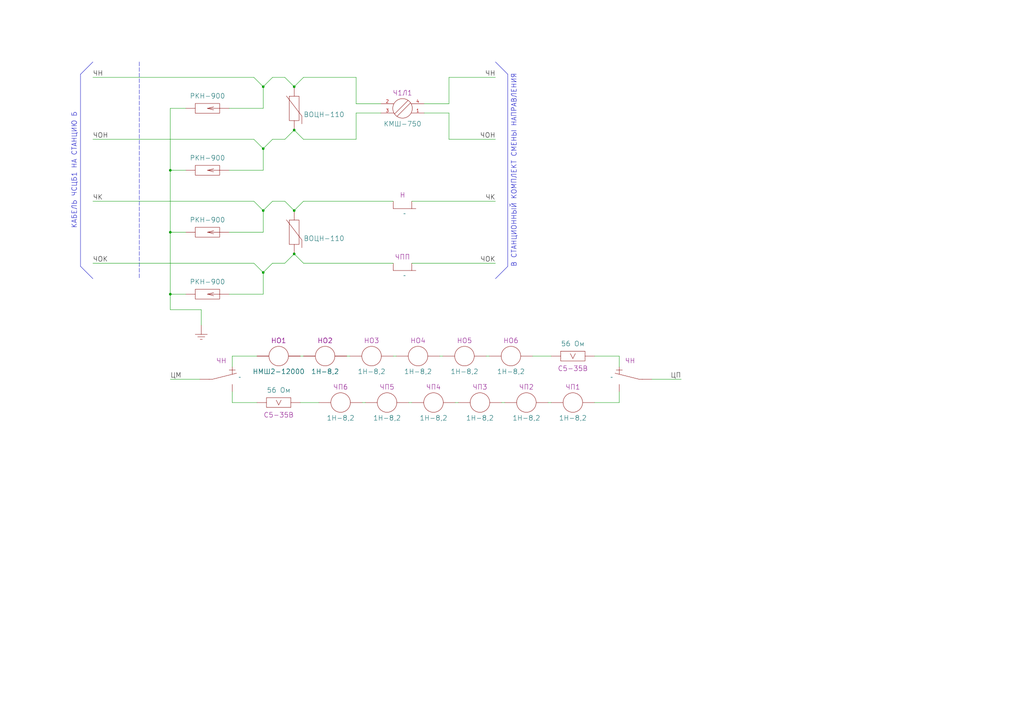
<source format=kicad_sch>
(kicad_sch (version 20231120) (generator "eeschema") (generator_version "8.0")
  (paper "A3")
  (title_block (title "Станция А") (company "МКТ РУТ (МИИТ)") (comment 1 "КП 27.02.03.03.000 ГЧ") (comment 2 "Сафранович") (comment 3 "Бузунова") (comment 9 "Схема контроля повторителей реле направления"))
  (lib_symbols
    (symbol "Device_GOST:R_5W" (pin_numbers hide) (pin_names (offset 0) hide)
      (property "Reference" "R" (at 0 3.81 0))
      (property "Value" "R_5W" (at 0 -3.81 0))
      (symbol "R_5W_0_1"
        (rectangle (start -5.0038 2.0066) (end 5.0038 -2.0066))
        (polyline (pts (xy -1.016 1.016) (xy 0 -1.016)))
        (polyline (pts (xy 1.016 1.016) (xy 0 -1.016)))
      )
      (symbol "R_5W_1_1"
        (pin passive line (at -8.89 0 0) (length 3.8862) (name "~") (number "1"))
        (pin passive line (at 8.89 0 180) (length 3.8862) (name "~") (number "2"))
      )
    )
    (symbol "SCB_Relay:Выравниватель" (pin_numbers hide) (pin_names (offset 0) hide)
      (property "Reference" "R" (at 0 3.81 0))
      (property "Value" "ВОЦН" (at 0 -5.715 0))
      (symbol "Выравниватель_0_1"
        (rectangle (start -5.0038 2.0066) (end 5.0038 -2.0066))
        (polyline (pts (xy -6.35 -3.175) (xy -3.175 -3.175) (xy 5.08 3.175)))
      )
      (symbol "Выравниватель_1_1"
        (pin passive line (at -8.89 0 0) (length 3.8862) (name "~") (number "1"))
        (pin passive line (at 8.89 0 180) (length 3.8862) (name "~") (number "2"))
      )
    )
    (symbol "SCB_Relay:Комбинированное" (pin_names (offset 0.002) hide)
      (property "Value" "КШ" (at 0 -6.35 0))
      (property "Обозначение реле" "К" (at 0 6.35 0))
      (symbol "Комбинированное_0_1"
        (polyline (pts (xy -3.25 -2.25) (xy 2.25 3.25)))
        (polyline (pts (xy -2.25 -3.25) (xy 3.25 2.25)))
        (circle (center 0 0) (radius 4))
      )
      (symbol "Комбинированное_1_1"
        (pin power_in line (at -8.89 0 0) (length 4.8) (name "") (number "1"))
        (pin power_in line (at 8.89 0 180) (length 4.8) (name "") (number "4"))
      )
      (symbol "Комбинированное_2_1"
        (polyline (pts (xy -3.25 -2.25) (xy 3.25 -2.25) (xy 2.5 -3) (xy 1.25 -3.75) (xy 0 -4) (xy -1.25 -3.75) (xy -2.5 -3) (xy -3.25 -2.25)) (fill (type outline)))
        (pin power_in line (at -8.89 0 0) (length 4.8) (name "") (number "1"))
        (pin power_in line (at 8.89 0 180) (length 4.8) (name "") (number "4"))
      )
      (symbol "Комбинированное_3_1"
        (polyline (pts (xy -3.25 -2.25) (xy 2.25 3.25) (xy 3.25 2.25) (xy -2.25 -3.25) (xy -3.25 -2.25)) (fill (type outline)))
        (pin power_in line (at -8.89 0 0) (length 4.8) (name "") (number "1"))
        (pin power_in line (at 8.89 0 180) (length 4.8) (name "") (number "4"))
      )
      (symbol "Комбинированное_4_1"
        (pin power_in line (at -8.89 1.905 0) (length 5.3) (name "") (number "1"))
        (pin power_in line (at 8.89 -1.905 180) (length 5.3) (name "") (number "2"))
        (pin power_in line (at 8.89 1.905 180) (length 5.3) (name "") (number "3"))
        (pin power_in line (at -8.89 -1.905 0) (length 5.3) (name "") (number "4"))
      )
    )
    (symbol "SCB_Relay:Контакт_нейтрального_якоря_НЗ" (pin_numbers hide) (pin_names hide)
      (property "Обозначение реле" "Н" (at 0 2.54 0))
      (symbol "Контакт_нейтрального_якоря_НЗ_0_1"
        (polyline (pts (xy -3.81 -3) (xy 5.5 -3)))
        (pin bidirectional line (at -3.81 0 270) (length 3) (name "") (number "1"))
      )
      (symbol "Контакт_нейтрального_якоря_НЗ_1_1"
        (pin bidirectional line (at 3.81 0 270) (length 3) (name "") (number "2"))
        (pin bidirectional line (at 3.81 -10.16 90) (length 3.3) (name "") (number "3"))
      )
      (symbol "Контакт_нейтрального_якоря_НЗ_2_1"
        (pin bidirectional line (at 3.81 -10.16 90) (length 3.3) (name "") (number "3"))
      )
      (symbol "Контакт_нейтрального_якоря_НЗ_3_1"
        (pin bidirectional line (at 3.81 0 270) (length 3) (name "") (number "2"))
      )
      (symbol "Контакт_нейтрального_якоря_НЗ_4_1"
        (polyline (pts (xy 3.81 -10.16) (xy 7.62 -10.16)))
        (polyline (pts (xy 3.81 -8.89) (xy 5.715 -10.16)))
        (polyline (pts (xy 3.81 -6.858) (xy 3.81 -10.16)))
        (polyline (pts (xy 3.81 -1.27) (xy 5.715 0)))
        (polyline (pts (xy 3.81 0) (xy 3.81 -3)))
        (polyline (pts (xy 3.81 0) (xy 7.62 0)))
        (pin bidirectional line (at -3.81 0 270) (length 3) (name "") (number "1"))
        (pin bidirectional line (at 8.89 0 180) (length 2) (name "") (number "2"))
        (pin bidirectional line (at 8.89 -10.16 180) (length 2) (name "") (number "3"))
      )
      (symbol "Контакт_нейтрального_якоря_НЗ_5_1"
        (polyline (pts (xy 3.81 -1.27) (xy 5.715 0)))
        (polyline (pts (xy 3.81 0) (xy 3.81 -3)))
        (polyline (pts (xy 3.81 0) (xy 7.62 0)))
        (pin bidirectional line (at 8.89 0 180) (length 2) (name "") (number "2"))
      )
      (symbol "Контакт_нейтрального_якоря_НЗ_6_1"
        (polyline (pts (xy 3.81 -8.89) (xy 5.715 -10.16)))
        (polyline (pts (xy 3.81 -6.858) (xy 3.81 -10.16) (xy 6.985 -10.16)))
        (pin bidirectional line (at 8.89 -10.16 180) (length 2) (name "") (number "3"))
      )
      (symbol "Контакт_нейтрального_якоря_НЗ_7_1"
        (polyline (pts (xy 11.43 0) (xy 3.81 0) (xy 3.81 -3)))
        (polyline (pts (xy 3.81 0) (xy 5.5 1) (xy 8.5 -1) (xy 10 0)))
        (pin bidirectional line (at 12.7 0 180) (length 2) (name "") (number "2"))
        (pin bidirectional line (at 3.81 -10.16 90) (length 3.3) (name "") (number "3"))
      )
      (symbol "Контакт_нейтрального_якоря_НЗ_8_1"
        (arc (start 5 -8.5) (mid 6.0355 -6) (end 5 -3.5))
        (pin bidirectional line (at 3.81 0 270) (length 3) (name "") (number "2"))
        (pin bidirectional line (at 3.81 -10.16 90) (length 3.3) (name "") (number "3"))
      )
    )
    (symbol "SCB_Relay:Контакт_поляризованного_якоря" (pin_numbers hide) (pin_names (offset 0.002) hide)
      (property "Обозначение реле" "П" (at 3.81 7.62 0))
      (symbol "Контакт_поляризованного_якоря_0_1"
        (polyline (pts (xy -1.27 0) (xy 0 0) (xy 10 2.5)))
        (pin bidirectional line (at -5.08 0 0) (length 4) (name "") (number "1"))
      )
      (symbol "Контакт_поляризованного_якоря_1_1"
        (polyline (pts (xy 6.985 3.81) (xy 9.525 3.81)))
        (pin bidirectional line (at 8.255 5.08 270) (length 3) (name "") (number "2"))
        (pin bidirectional line (at 8.255 -5.08 90) (length 3) (name "") (number "3"))
      )
      (symbol "Контакт_поляризованного_якоря_2_1"
        (polyline (pts (xy 10.795 6.35) (xy 10.795 3.81)))
        (polyline (pts (xy 8.255 -2.54) (xy 8.255 -5.08) (xy 8.89 -5.08)))
        (polyline (pts (xy 10.795 5.08) (xy 8.255 5.08) (xy 8.255 2.08)))
        (polyline (pts (xy 9.525 -5.08) (xy 11.025 -4.08) (xy 14.025 -6.08) (xy 15.525 -5.08)))
        (polyline (pts (xy 10.795 5.08) (xy 12.295 6.08) (xy 15.295 4.08) (xy 16.795 5.08)))
        (pin bidirectional line (at 19.685 5.08 180) (length 9) (name "") (number "2"))
        (pin bidirectional line (at 20.32 -5.08 180) (length 12) (name "") (number "3"))
      )
      (symbol "Контакт_поляризованного_якоря_3_1"
        (polyline (pts (xy 8.255 -3.81) (xy 10.16 -5.08)))
        (polyline (pts (xy 8.255 3.81) (xy 10.16 5.08)))
        (polyline (pts (xy 8.255 -2.54) (xy 8.255 -5.08) (xy 11.255 -5.08)))
        (polyline (pts (xy 10.795 5.08) (xy 8.255 5.08) (xy 8.255 2.08)))
        (pin bidirectional line (at 14.605 5.08 180) (length 4) (name "") (number "2"))
        (pin bidirectional line (at 13.97 -5.08 180) (length 4) (name "") (number "3"))
      )
    )
    (symbol "SCB_Relay:Нейтральное" (pin_numbers hide) (pin_names (offset 0.002) hide)
      (property "Value" "НМШ" (at 0 -6.35 0))
      (property "Обозначение реле" "Н" (at 0 6.35 0))
      (symbol "Нейтральное_0_1"
        (circle (center 0 0) (radius 4))
      )
      (symbol "Нейтральное_1_1"
        (pin power_in line (at -8.89 0 0) (length 4.8) (name "") (number "1"))
        (pin power_in line (at 8.89 0 180) (length 4.8) (name "") (number "4"))
      )
      (symbol "Нейтральное_2_1"
        (pin power_in line (at -8.89 0 0) (length 4.8) (name "") (number "1"))
        (pin power_in line (at -8.89 -1.905 0) (length 5.3) (name "") (number "2"))
        (pin power_in line (at 8.89 0 180) (length 4.8) (name "") (number "3"))
        (pin power_in line (at 8.89 -1.905 180) (length 5.3) (name "") (number "4"))
      )
    )
    (symbol "SCB_Relay:Разрядник" (pin_numbers hide) (pin_names (offset 0) hide)
      (property "Reference" "FU" (at 0 3.81 0))
      (property "Value" "РКН" (at 0 -3.81 0))
      (symbol "Разрядник_0_1"
        (rectangle (start -5.0038 2.0066) (end 5.0038 -2.0066))
        (polyline (pts (xy 0 0) (xy 2.54 -0.635)))
        (polyline (pts (xy 0 0) (xy 2.54 0.635)))
        (polyline (pts (xy 0 0) (xy 5.0038 0)))
      )
      (symbol "Разрядник_1_1"
        (pin passive line (at -8.89 0 0) (length 3.8862) (name "~") (number "1"))
        (pin passive line (at 8.89 0 180) (length 3.8862) (name "~") (number "2"))
      )
    )
    (symbol "power_GOST:Earth" (power) (pin_numbers hide) (pin_names (offset 0) hide)
      (symbol "Earth_0_1"
        (polyline (pts (xy -2.4892 -3.81) (xy 2.4892 -3.81)))
        (polyline (pts (xy -1.4732 -4.826) (xy 1.4732 -4.826)))
        (polyline (pts (xy -0.4572 -5.842) (xy 0.4572 -5.842)))
        (polyline (pts (xy 0 0) (xy 0 -3.81)))
      )
      (symbol "Earth_1_1"
        (pin passive line (at 0 0 270) (length 0) hide (name "Earth") (number "1"))
      )
    )
  )
  (junction (at 120.65 86.36))
  (junction (at 69.85 120.65))
  (junction (at 107.95 86.36))
  (junction (at 107.95 35.56))
  (junction (at 69.85 95.25))
  (junction (at 107.95 111.76))
  (junction (at 120.65 35.56))
  (junction (at 107.95 60.96))
  (junction (at 120.65 53.34))
  (junction (at 120.65 104.14))
  (junction (at 69.85 69.85))
  (wire (pts (xy 123.19 146.05) (xy 124.46 146.05)))
  (wire (pts (xy 95.25 165.1) (xy 105.41 165.1)))
  (wire (pts (xy 161.29 146.05) (xy 162.56 146.05)))
  (wire (pts (xy 69.85 69.85) (xy 69.85 95.25)))
  (wire (pts (xy 107.95 86.36) (xy 111.76 82.55)))
  (wire (pts (xy 107.95 111.76) (xy 107.95 120.65)))
  (wire (pts (xy 38.1 82.55) (xy 104.14 82.55)))
  (wire (pts (xy 120.65 35.56) (xy 124.46 31.75)))
  (wire (pts (xy 124.46 107.95) (xy 161.29 107.95)))
  (wire (pts (xy 156.21 42.545) (xy 146.05 42.545)))
  (wire (pts (xy 107.95 35.56) (xy 111.76 31.75)))
  (wire (pts (xy 116.84 57.15) (xy 120.65 53.34)))
  (wire (pts (xy 111.76 82.55) (xy 116.84 82.55)))
  (polyline (pts (xy 208.28 109.22) (xy 208.28 30.48)))
  (wire (pts (xy 226.06 165.1) (xy 224.79 165.1)))
  (polyline (pts (xy 203.2 114.3) (xy 208.28 109.22)))
  (wire (pts (xy 254 165.1) (xy 243.84 165.1)))
  (wire (pts (xy 107.95 86.36) (xy 107.95 95.25)))
  (wire (pts (xy 184.15 31.75) (xy 184.15 42.545)))
  (wire (pts (xy 93.98 69.85) (xy 107.95 69.85)))
  (wire (pts (xy 116.84 31.75) (xy 120.65 35.56)))
  (polyline (pts (xy 33.02 109.22) (xy 33.02 30.48)))
  (wire (pts (xy 173.99 42.545) (xy 184.15 42.545)))
  (wire (pts (xy 69.85 44.45) (xy 76.2 44.45)))
  (wire (pts (xy 38.1 107.95) (xy 104.14 107.95)))
  (wire (pts (xy 199.39 146.05) (xy 200.66 146.05)))
  (wire (pts (xy 124.46 107.95) (xy 120.65 104.14)))
  (wire (pts (xy 146.05 42.545) (xy 146.05 31.75)))
  (wire (pts (xy 254 146.05) (xy 243.84 146.05)))
  (wire (pts (xy 120.65 86.36) (xy 124.46 82.55)))
  (wire (pts (xy 69.85 127) (xy 82.55 127)))
  (polyline (pts (xy 33.02 30.48) (xy 38.1 25.4)))
  (wire (pts (xy 180.34 146.05) (xy 181.61 146.05)))
  (wire (pts (xy 107.95 35.56) (xy 107.95 44.45)))
  (wire (pts (xy 104.14 82.55) (xy 107.95 86.36)))
  (wire (pts (xy 184.15 46.355) (xy 184.15 57.15)))
  (wire (pts (xy 254 160.655) (xy 254 165.1)))
  (wire (pts (xy 116.84 107.95) (xy 111.76 107.95)))
  (wire (pts (xy 104.14 31.75) (xy 107.95 35.56)))
  (wire (pts (xy 187.96 165.1) (xy 186.69 165.1)))
  (wire (pts (xy 116.84 57.15) (xy 111.76 57.15)))
  (wire (pts (xy 95.25 160.655) (xy 95.25 165.1)))
  (wire (pts (xy 93.98 44.45) (xy 107.95 44.45)))
  (wire (pts (xy 107.95 60.96) (xy 107.95 69.85)))
  (wire (pts (xy 111.76 31.75) (xy 116.84 31.75)))
  (wire (pts (xy 38.1 57.15) (xy 104.14 57.15)))
  (wire (pts (xy 93.98 95.25) (xy 107.95 95.25)))
  (wire (pts (xy 130.81 165.1) (xy 123.19 165.1)))
  (wire (pts (xy 124.46 82.55) (xy 161.29 82.55)))
  (wire (pts (xy 184.15 31.75) (xy 203.2 31.75)))
  (wire (pts (xy 168.91 82.55) (xy 203.2 82.55)))
  (polyline (pts (xy 38.1 114.3) (xy 33.02 109.22)))
  (wire (pts (xy 111.76 57.15) (xy 107.95 60.96)))
  (wire (pts (xy 116.84 82.55) (xy 120.65 86.36)))
  (wire (pts (xy 124.46 57.15) (xy 146.05 57.15)))
  (wire (pts (xy 146.05 46.355) (xy 156.21 46.355)))
  (wire (pts (xy 111.76 107.95) (xy 107.95 111.76)))
  (wire (pts (xy 116.84 107.95) (xy 120.65 104.14)))
  (wire (pts (xy 69.85 95.25) (xy 69.85 120.65)))
  (wire (pts (xy 254 150.495) (xy 254 146.05)))
  (wire (pts (xy 81.915 155.575) (xy 69.85 155.575)))
  (wire (pts (xy 267.335 155.575) (xy 279.4 155.575)))
  (wire (pts (xy 218.44 146.05) (xy 226.06 146.05)))
  (wire (pts (xy 173.99 46.355) (xy 184.15 46.355)))
  (wire (pts (xy 69.85 95.25) (xy 76.2 95.25)))
  (wire (pts (xy 38.1 31.75) (xy 104.14 31.75)))
  (wire (pts (xy 95.25 150.495) (xy 95.25 146.05)))
  (polyline (pts (xy 57.15 25.4) (xy 57.15 114.3)) (stroke (width 0) (type dash)))
  (wire (pts (xy 124.46 31.75) (xy 146.05 31.75)))
  (wire (pts (xy 149.86 165.1) (xy 148.59 165.1)))
  (wire (pts (xy 69.85 44.45) (xy 69.85 69.85)))
  (wire (pts (xy 168.91 165.1) (xy 167.64 165.1)))
  (wire (pts (xy 207.01 165.1) (xy 205.74 165.1)))
  (wire (pts (xy 107.95 111.76) (xy 104.14 107.95)))
  (wire (pts (xy 69.85 120.65) (xy 69.85 127)))
  (wire (pts (xy 69.85 69.85) (xy 76.2 69.85)))
  (wire (pts (xy 93.98 120.65) (xy 107.95 120.65)))
  (wire (pts (xy 146.05 46.355) (xy 146.05 57.15)))
  (polyline (pts (xy 208.28 30.48) (xy 203.2 25.4)))
  (wire (pts (xy 184.15 57.15) (xy 203.2 57.15)))
  (wire (pts (xy 69.85 120.65) (xy 76.2 120.65)))
  (wire (pts (xy 107.95 60.96) (xy 104.14 57.15)))
  (wire (pts (xy 124.46 57.15) (xy 120.65 53.34)))
  (wire (pts (xy 142.24 146.05) (xy 143.51 146.05)))
  (wire (pts (xy 95.25 146.05) (xy 105.41 146.05)))
  (wire (pts (xy 82.55 127) (xy 82.55 133.35)))
  (wire (pts (xy 168.91 107.95) (xy 203.2 107.95)))
  (text "В СТАНЦИОННЫЙ КОМПЛЕКТ СМЕНЫ НАПРАВЛЕНИЯ" (at 210.82 69.85 90) (effects (font (size 2 2))))
  (text "КАБЕЛЬ ЧСЦБ1 НА СТАНЦИЮ Б" (at 30.48 69.85 90) (effects (font (size 2 2))))
  (label "ЧОН" (at 38.1 57.15 0) (effects (font (size 2 2))) (property "Netclass" "Цепь" (effects (hide yes))))
  (label "ЦП" (at 279.4 155.575 180) (effects (font (size 2 2))) (property "Netclass" "Цепь" (effects (hide yes))))
  (label "ЦМ" (at 69.85 155.575 0) (effects (font (size 2 2))) (property "Netclass" "Цепь" (effects (hide yes))))
  (label "ЧОК" (at 38.1 107.95 0) (effects (font (size 2 2))) (property "Netclass" "Цепь" (effects (hide yes))))
  (label "ЧОК" (at 203.2 107.95 180) (effects (font (size 2 2))) (property "Netclass" "Цепь" (effects (hide yes))))
  (label "ЧОН" (at 203.2 57.15 180) (effects (font (size 2 2))) (property "Netclass" "Цепь" (effects (hide yes))))
  (label "ЧН" (at 203.2 31.75 180) (effects (font (size 2 2))) (property "Netclass" "Цепь" (effects (hide yes))))
  (label "ЧК" (at 38.1 82.55 0) (effects (font (size 2 2))) (property "Netclass" "Цепь" (effects (hide yes))))
  (label "ЧН" (at 38.1 31.75 0) (effects (font (size 2 2))) (property "Netclass" "Цепь" (effects (hide yes))))
  (label "ЧК" (at 203.2 82.55 180) (effects (font (size 2 2))) (property "Netclass" "Цепь" (effects (hide yes))))
  (symbol (lib_id "SCB_Relay:Нейтральное") (at 177.8 165.1 0) (mirror y) (unit 1)
    (property "Reference" "Н1111" (effects (hide yes)))
    (property "Value" "1Н-8,2" (at 177.8 171.45 0) (effects (font (size 2 2))))
    (property "Обозначение реле" "ЧП4" (at 177.8 158.75 0) (effects (font (size 2 2))))
  )
  (symbol (lib_id "SCB_Relay:Нейтральное") (at 152.4 146.05 0) (unit 1)
    (property "Reference" "Н111" (effects (hide yes)))
    (property "Value" "1Н-8,2" (at 152.4 152.4 0) (effects (font (size 2 2))))
    (property "Обозначение реле" "НО3" (at 152.4 139.7 0) (effects (font (size 2 2))))
  )
  (symbol (lib_id "SCB_Relay:Комбинированное") (at 165.1 44.45 180) (unit 4)
    (property "Reference" "К1" (effects (hide yes)))
    (property "Value" "КМШ-750" (at 165.1 50.8 0) (effects (font (size 2 2))))
    (property "Обозначение реле" "Ч1Л1" (at 165.1 38.1 0) (effects (font (size 2 2))))
  )
  (symbol (lib_id "SCB_Relay:Нейтральное") (at 171.45 146.05 0) (unit 1)
    (property "Reference" "Н111" (effects (hide yes)))
    (property "Value" "1Н-8,2" (at 171.45 152.4 0) (effects (font (size 2 2))))
    (property "Обозначение реле" "НО4" (at 171.45 139.7 0) (effects (font (size 2 2))))
  )
  (symbol (lib_id "SCB_Relay:Разрядник") (at 85.09 69.85 0) (unit 1)
    (property "Reference" "FU5" (effects (hide yes)))
    (property "Value" "РКН-900" (at 85.09 64.77 0) (effects (font (size 2.0066 2.0066))))
  )
  (symbol (lib_id "SCB_Relay:Контакт_поляризованного_якоря") (at 262.255 155.575 0) (mirror y) (unit 1)
    (property "Reference" "П1" (effects (hide yes)))
    (property "Value" "~" (at 251.46 154.71 0) (effects (justify left)))
    (property "Обозначение реле" "ЧН" (at 258.445 147.955 0) (effects (font (size 2 2))))
  )
  (symbol (lib_id "power_GOST:Earth") (at 82.55 133.35 0) (unit 1)
    (property "Reference" "#PWR03" (effects (hide yes)))
    (property "Value" "Earth" (effects (hide yes)))
  )
  (symbol (lib_id "SCB_Relay:Выравниватель") (at 120.65 44.45 90) (unit 1)
    (property "Reference" "R7" (effects (hide yes)))
    (property "Value" "ВОЦН-110" (at 124.46 46.99 90) (effects (font (size 2.0066 2.0066)) (justify right)))
  )
  (symbol (lib_id "SCB_Relay:Нейтральное") (at 139.7 165.1 0) (mirror y) (unit 1)
    (property "Reference" "Н1112" (effects (hide yes)))
    (property "Value" "1Н-8,2" (at 139.7 171.45 0) (effects (font (size 2 2))))
    (property "Обозначение реле" "ЧП6" (at 139.7 158.75 0) (effects (font (size 2 2))))
  )
  (symbol (lib_id "Device_GOST:R_5W") (at 114.3 165.1 0) (mirror y) (unit 1)
    (property "Reference" "R10" (effects (hide yes)))
    (property "Value" "56 Ом" (at 114.3 160.02 0) (effects (font (size 2.0066 2.0066))))
    (property "Тип" "C5-35В" (at 114.3 170.18 0) (effects (font (size 2 2))))
  )
  (symbol (lib_id "SCB_Relay:Нейтральное") (at 158.75 165.1 0) (mirror y) (unit 1)
    (property "Reference" "Н1112" (effects (hide yes)))
    (property "Value" "1Н-8,2" (at 158.75 171.45 0) (effects (font (size 2 2))))
    (property "Обозначение реле" "ЧП5" (at 158.75 158.75 0) (effects (font (size 2 2))))
  )
  (symbol (lib_id "SCB_Relay:Нейтральное") (at 114.3 146.05 0) (unit 1)
    (property "Reference" "Н1" (effects (hide yes)))
    (property "Value" "НМШ2-12000" (at 114.3 152.4 0) (effects (font (size 2 2))))
    (property "Обозначение реле" "НО1" (at 114.3 139.7 0) (effects (font (size 2 2))))
  )
  (symbol (lib_id "SCB_Relay:Контакт_поляризованного_якоря") (at 86.995 155.575 0) (unit 1)
    (property "Reference" "П11" (effects (hide yes)))
    (property "Value" "~" (at 97.79 154.71 0) (effects (justify left)))
    (property "Обозначение реле" "ЧН" (at 90.805 147.955 0) (effects (font (size 2 2))))
  )
  (symbol (lib_id "SCB_Relay:Выравниватель") (at 120.65 95.25 90) (unit 1)
    (property "Reference" "R8" (effects (hide yes)))
    (property "Value" "ВОЦН-110" (at 124.46 97.79 90) (effects (font (size 2.0066 2.0066)) (justify right)))
  )
  (symbol (lib_id "SCB_Relay:Нейтральное") (at 209.55 146.05 0) (unit 1)
    (property "Reference" "Н111" (effects (hide yes)))
    (property "Value" "1Н-8,2" (at 209.55 152.4 0) (effects (font (size 2 2))))
    (property "Обозначение реле" "НО6" (at 209.55 139.7 0) (effects (font (size 2 2))))
  )
  (symbol (lib_id "SCB_Relay:Контакт_нейтрального_якоря_НЗ") (at 165.1 107.95 0) (unit 3)
    (property "Reference" "Н11" (effects (hide yes)))
    (property "Value" "~" (at 165.945 113.03 0))
    (property "Обозначение реле" "ЧПП" (at 165.1 105.41 0) (effects (font (size 2 2))))
  )
  (symbol (lib_id "Device_GOST:R_5W") (at 234.95 146.05 0) (unit 1)
    (property "Reference" "R9" (effects (hide yes)))
    (property "Value" "56 Ом" (at 234.95 140.97 0) (effects (font (size 2.0066 2.0066))))
    (property "Тип" "C5-35В" (at 234.95 151.13 0) (effects (font (size 2 2))))
  )
  (symbol (lib_id "SCB_Relay:Разрядник") (at 85.09 120.65 0) (unit 1)
    (property "Reference" "FU7" (effects (hide yes)))
    (property "Value" "РКН-900" (at 85.09 115.57 0) (effects (font (size 2.0066 2.0066))))
  )
  (symbol (lib_id "SCB_Relay:Нейтральное") (at 215.9 165.1 0) (mirror y) (unit 1)
    (property "Reference" "Н111" (effects (hide yes)))
    (property "Value" "1Н-8,2" (at 215.9 171.45 0) (effects (font (size 2 2))))
    (property "Обозначение реле" "ЧП2" (at 215.9 158.75 0) (effects (font (size 2 2))))
  )
  (symbol (lib_id "SCB_Relay:Нейтральное") (at 234.95 165.1 0) (mirror y) (unit 1)
    (property "Reference" "Н11" (effects (hide yes)))
    (property "Value" "1Н-8,2" (at 234.95 171.45 0) (effects (font (size 2 2))))
    (property "Обозначение реле" "ЧП1" (at 234.95 158.75 0) (effects (font (size 2 2))))
  )
  (symbol (lib_id "SCB_Relay:Контакт_нейтрального_якоря_НЗ") (at 165.1 82.55 0) (unit 3)
    (property "Reference" "Н1" (effects (hide yes)))
    (property "Value" "~" (at 165.945 87.63 0))
    (property "Обозначение реле" "Н" (at 165.1 80.01 0) (effects (font (size 2 2))))
  )
  (symbol (lib_id "SCB_Relay:Разрядник") (at 85.09 44.45 0) (unit 1)
    (property "Reference" "FU4" (effects (hide yes)))
    (property "Value" "РКН-900" (at 85.09 39.37 0) (effects (font (size 2.0066 2.0066))))
  )
  (symbol (lib_id "SCB_Relay:Нейтральное") (at 190.5 146.05 0) (unit 1)
    (property "Reference" "Н111" (effects (hide yes)))
    (property "Value" "1Н-8,2" (at 190.5 152.4 0) (effects (font (size 2 2))))
    (property "Обозначение реле" "НО5" (at 190.5 139.7 0) (effects (font (size 2 2))))
  )
  (symbol (lib_id "SCB_Relay:Разрядник") (at 85.09 95.25 0) (unit 1)
    (property "Reference" "FU6" (effects (hide yes)))
    (property "Value" "РКН-900" (at 85.09 90.17 0) (effects (font (size 2.0066 2.0066))))
  )
  (symbol (lib_id "SCB_Relay:Нейтральное") (at 133.35 146.05 0) (unit 1)
    (property "Reference" "Н11" (effects (hide yes)))
    (property "Value" "1Н-8,2" (at 133.35 152.4 0) (effects (font (size 2 2))))
    (property "Обозначение реле" "НО2" (at 133.35 139.7 0) (effects (font (size 2 2))))
  )
  (symbol (lib_id "SCB_Relay:Нейтральное") (at 196.85 165.1 0) (mirror y) (unit 1)
    (property "Reference" "Н1111" (effects (hide yes)))
    (property "Value" "1Н-8,2" (at 196.85 171.45 0) (effects (font (size 2 2))))
    (property "Обозначение реле" "ЧП3" (at 196.85 158.75 0) (effects (font (size 2 2))))
  )
)
</source>
